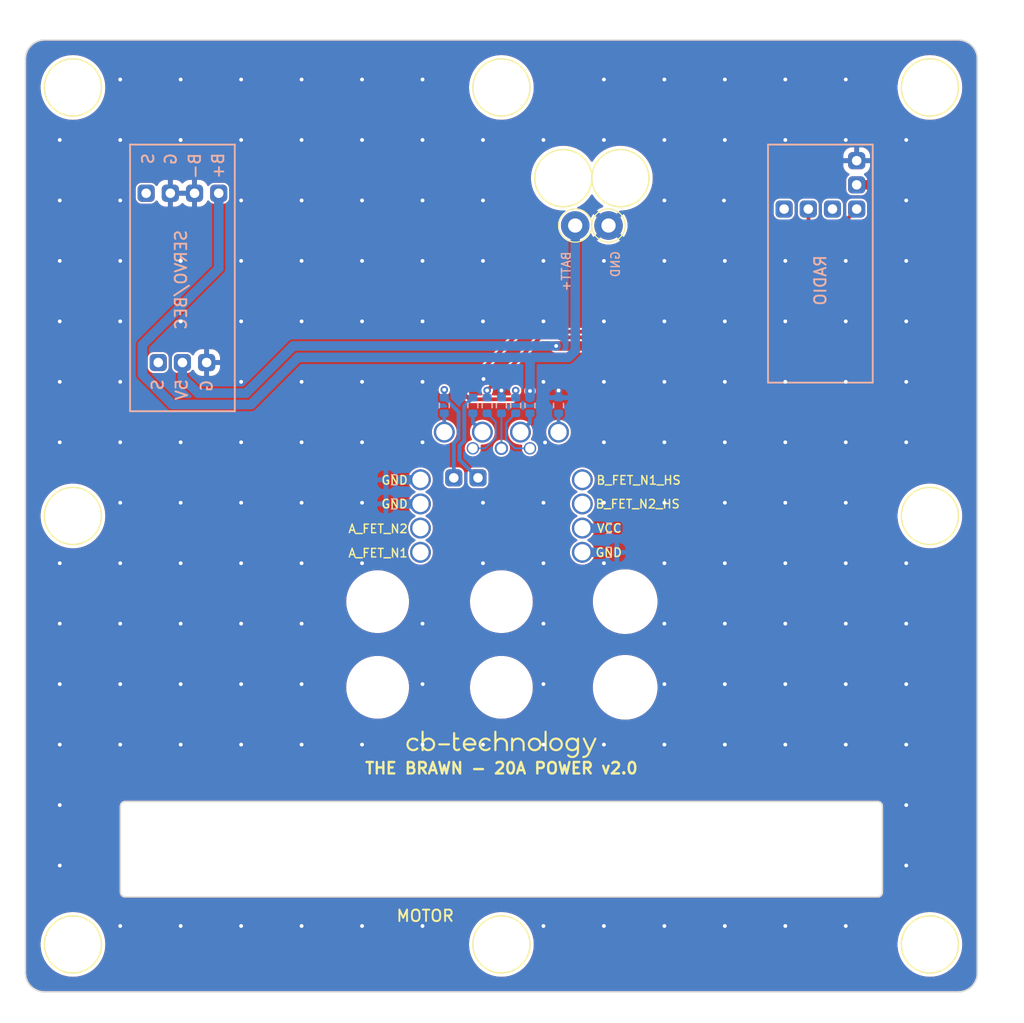
<source format=kicad_pcb>
(kicad_pcb (version 20221018) (generator pcbnew)
  (title_block (title "THE BRAINS - 20A LOGIC FIXTURE") (date "2023-05-29") (rev "v1.0") (company "CB-TECHNOLOGY"))
  (layers (0 "F.Cu" signal) (31 "B.Cu" signal) (34 "B.Paste" user) (35 "F.Paste" user) (36 "B.SilkS" user "B.Silkscreen") (37 "F.SilkS" user "F.Silkscreen") (38 "B.Mask" user) (39 "F.Mask" user) (44 "Edge.Cuts" user))
  (net 0 "")
  (net 1 "/BATT+")
  (net 2 "Net-(R1-Pad2)")
  (net 3 "/A_FET_N2")
  (net 4 "/A_FET_N1")
  (net 5 "Net-(R2-Pad2)")
  (net 6 "/SIGNAL1")
  (net 7 "/GND")
  (net 9 "/INVERT")
  (net 10 "/MOTOR_1-")
  (net 11 "unconnected-(J2-Pad1)")
  (net 12 "/MOTOR_1+")
  (net 13 "Net-(R14-Pad1)")
  (net 14 "Net-(R15-Pad1)")
  (net 15 "Net-(R7-Pad1)")
  (net 16 "Net-(R8-Pad1)")
  (net 17 "Net-(R9-Pad1)")
  (net 18 "Net-(R3-Pad1)")
  (net 19 "Net-(R10-Pad1)")
  (net 20 "Net-(R4-Pad1)")
  (net 21 "Net-(R11-Pad1)")
  (net 22 "/SERVO_OUT")
  (net 23 "/SERVO")
  (net 24 "/VCC")
  (net 25 "/5V0")
  (net 26 "/B_FET_N1_HS")
  (net 27 "/B_FET_N2_HS")
  (footprint "TestPoint:TestPoint_THTPad_D3.0mm_Drill1.5mm" (layer "F.Cu") (at 228.5 143.82)
    (fp_text reference "TP21" hide)
    (fp_text value "TestPoint")
    (pad "1" thru_hole circle locked (at 0 0) (size 2.2 2.2) (drill 1.7) (layers "*.Cu" "*.Mask") (net 14 "Net-(R15-Pad1)"))
  )
  (footprint "M_Mechanical:Mount_M3" (layer "F.Cu") (at 265 185)
    (fp_text reference "M3" hide)
    (fp_text value "Mount_M3" hide)
    (pad "" np_thru_hole circle (at 0 0) (size 3.2 3.2) (drill 3.2) (layers "F&B.Cu" "*.Mask") (clearance 1.8))
  )
  (footprint "M_Mechanical:Mount_M3" (layer "F.Cu") (at 175 95)
    (fp_text reference "M5" hide)
    (fp_text value "Mount_M3" hide)
    (pad "" np_thru_hole circle (at 0 0) (size 3.2 3.2) (drill 3.2) (layers "F&B.Cu" "*.Mask") (clearance 1.8))
  )
  (footprint "M_Mechanical:Mount_M3" (layer "F.Cu") (at 265 140)
    (fp_text reference "M6" hide)
    (fp_text value "Mount_M3" hide)
    (pad "" np_thru_hole circle (at 0 0) (size 3.2 3.2) (drill 3.2) (layers "F&B.Cu" "*.Mask") (clearance 1.8))
  )
  (footprint ".M_Mechanical:Mount_M3" (layer "F.Cu") (at 232.5 104.525)
    (fp_text reference "M11" hide)
    (fp_text value "Mount_M3" hide)
    (pad "" np_thru_hole circle (at 0 0) (size 3.2 3.2) (drill 3.2) (layers "F&B.Cu" "*.Mask") (clearance 1.8))
  )
  (footprint "LOGO" (layer "F.Cu") (at 220 164)
    (fp_text reference "G***" hide)
    (fp_text value "LOGO" hide)
  )
  (footprint "TestPoint:TestPoint_THTPad_D3.0mm_Drill1.5mm" (layer "F.Cu") (at 211.5 136.2)
    (fp_text reference "TP1" hide)
    (fp_text value "TestPoint")
    (pad "1" thru_hole circle locked (at 0 0) (size 2.2 2.2) (drill 1.7) (layers "*.Cu" "*.Mask") (net 2 "Net-(R1-Pad2)"))
  )
  (footprint "M_Mechanical:Mount_M3" (layer "F.Cu") (at 220 95)
    (fp_text reference "M4" hide)
    (fp_text value "Mount_M3" hide)
    (pad "" np_thru_hole circle (at 0 0) (size 3.2 3.2) (drill 3.2) (layers "F&B.Cu" "*.Mask") (clearance 1.8))
  )
  (footprint ".M_Mechanical:Mount_M3" (layer "F.Cu") (at 233 149)
    (fp_text reference "M15" hide)
    (fp_text value "Mount_M3" hide)
    (pad "" np_thru_hole circle (at 0 0) (size 3.2 3.2) (drill 3.2) (layers "F&B.Cu" "*.Mask") (clearance 1.8))
  )
  (footprint "TestPoint:TestPoint_THTPad_D3.0mm_Drill1.5mm" (layer "F.Cu") (at 217 132.9)
    (fp_text reference "TP5" hide)
    (fp_text value "TestPoint")
    (pad "1" thru_hole circle locked (at 0 0) (size 1.3 1.3) (drill 1) (layers "*.Cu" "*.Mask") (net 18 "Net-(R3-Pad1)"))
  )
  (footprint "M_Mechanical:Mount_M3" (layer "F.Cu") (at 175 140)
    (fp_text reference "M7" hide)
    (fp_text value "Mount_M3" hide)
    (pad "" np_thru_hole circle (at 0 0) (size 3.2 3.2) (drill 3.2) (layers "F&B.Cu" "*.Mask") (clearance 1.8))
  )
  (footprint "TestPoint:TestPoint_THTPad_D3.0mm_Drill1.5mm" (layer "F.Cu") (at 226 131.2)
    (fp_text reference "TP12" hide)
    (fp_text value "TestPoint")
    (pad "1" thru_hole circle locked (at 0 0) (size 2.2 2.2) (drill 1.7) (layers "*.Cu" "*.Mask") (net 19 "Net-(R10-Pad1)"))
  )
  (footprint ".M_Mechanical:Mount_M3" (layer "F.Cu") (at 226.5 104.525)
    (fp_text reference "M12" hide)
    (fp_text value "Mount_M3" hide)
    (pad "" np_thru_hole circle (at 0 0) (size 3.2 3.2) (drill 3.2) (layers "F&B.Cu" "*.Mask") (clearance 1.8))
  )
  (footprint "TestPoint:TestPoint_THTPad_D3.0mm_Drill1.5mm" (layer "F.Cu") (at 220 132.9)
    (fp_text reference "TP10" hide)
    (fp_text value "TestPoint")
    (pad "1" thru_hole circle locked (at 0 0) (size 1.4 1.4) (drill 1) (layers "*.Cu" "*.Mask") (net 16 "Net-(R8-Pad1)"))
  )
  (footprint "M_Mechanical:Mount_M3" (layer "F.Cu") (at 175 185)
    (fp_text reference "M1" hide)
    (fp_text value "Mount_M3" hide)
    (pad "" np_thru_hole circle (at 0 0) (size 3.2 3.2) (drill 3.2) (layers "F&B.Cu" "*.Mask") (clearance 1.8))
  )
  (footprint "M_Mechanical:Mount_M3" (layer "F.Cu") (at 265 95)
    (fp_text reference "M2" hide)
    (fp_text value "Mount_M3" hide)
    (pad "" np_thru_hole circle (at 0 0) (size 3.2 3.2) (drill 3.2) (layers "F&B.Cu" "*.Mask") (clearance 1.8))
  )
  (footprint "TestPoint:TestPoint_THTPad_D3.0mm_Drill1.5mm" (layer "F.Cu") (at 228.5 138.74)
    (fp_text reference "TP19" hide)
    (fp_text value "TestPoint")
    (pad "1" thru_hole circle locked (at 0 0) (size 2.2 2.2) (drill 1.7) (layers "*.Cu" "*.Mask") (net 27 "/B_FET_N2_HS"))
  )
  (footprint "TestPoint:TestPoint_THTPad_D3.0mm_Drill1.5mm" (layer "F.Cu") (at 222 131.2)
    (fp_text reference "TP11" hide)
    (fp_text value "TestPoint")
    (pad "1" thru_hole circle locked (at 0 0) (size 2.2 2.2) (drill 1.7) (layers "*.Cu" "*.Mask") (net 17 "Net-(R9-Pad1)"))
  )
  (footprint ".M_Mechanical:Mount_M3" (layer "F.Cu") (at 233 158)
    (fp_text reference "M16" hide)
    (fp_text value "Mount_M3" hide)
    (pad "" np_thru_hole circle (at 0 0) (size 3.2 3.2) (drill 3.2) (layers "F&B.Cu" "*.Mask") (clearance 1.8))
  )
  (footprint "TestPoint:TestPoint_THTPad_D3.0mm_Drill1.5mm" (layer "F.Cu") (at 228.5 136.2)
    (fp_text reference "TP18" hide)
    (fp_text value "TestPoint")
    (pad "1" thru_hole circle locked (at 0 0) (size 2.2 2.2) (drill 1.7) (layers "*.Cu" "*.Mask") (net 26 "/B_FET_N1_HS"))
  )
  (footprint "TestPoint:TestPoint_THTPad_D3.0mm_Drill1.5mm" (layer "F.Cu") (at 211.5 138.74)
    (fp_text reference "TP2" hide)
    (fp_text value "TestPoint")
    (pad "1" thru_hole circle locked (at 0 0) (size 2.2 2.2) (drill 1.7) (layers "*.Cu" "*.Mask") (net 5 "Net-(R2-Pad2)"))
  )
  (footprint ".J_Connector:Pins-2.54-1x2" (layer "F.Cu") (at 215 136 90)
    (fp_text reference "J5" hide)
    (fp_text value "Pins_2.54_1x2" hide)
    (pad "1" thru_hole roundrect (at 0 0 90) (size 1.8 1.8) (drill 1) (layers "*.Cu" "*.Mask") (net 12 "/MOTOR_1+"))
    (pad "2" thru_hole roundrect (at 0 2.54 90) (size 1.8 1.8) (drill 1) (layers "*.Cu" "*.Mask") (net 10 "/MOTOR_1-"))
  )
  (footprint "TestPoint:TestPoint_THTPad_D3.0mm_Drill1.5mm" (layer "F.Cu") (at 218 131.2 90)
    (fp_text reference "TP7" hide)
    (fp_text value "TestPoint")
    (pad "1" thru_hole circle locked (at 0 0 90) (size 2.2 2.2) (drill 1.7) (layers "*.Cu" "*.Mask") (net 15 "Net-(R7-Pad1)"))
  )
  (footprint "TestPoint:TestPoint_THTPad_D3.0mm_Drill1.5mm" (layer "F.Cu") (at 223 132.9)
    (fp_text reference "TP13" hide)
    (fp_text value "TestPoint")
    (pad "1" thru_hole circle locked (at 0 0) (size 1.3 1.3) (drill 1) (layers "*.Cu" "*.Mask") (net 21 "Net-(R11-Pad1)"))
  )
  (footprint "M_Mechanical:Mount_M3" (layer "F.Cu") (at 220 185)
    (fp_text reference "M8" hide)
    (fp_text value "Mount_M3" hide)
    (pad "" np_thru_hole circle (at 0 0) (size 3.2 3.2) (drill 3.2) (layers "F&B.Cu" "*.Mask") (clearance 1.8))
  )
  (footprint "TestPoint:TestPoint_THTPad_D3.0mm_Drill1.5mm" (layer "F.Cu") (at 228.5 141.28)
    (fp_text reference "TP20" hide)
    (fp_text value "TestPoint")
    (pad "1" thru_hole circle locked (at 0 0) (size 2.2 2.2) (drill 1.7) (layers "*.Cu" "*.Mask") (net 13 "Net-(R14-Pad1)"))
  )
  (footprint "TestPoint:TestPoint_THTPad_D3.0mm_Drill1.5mm" (layer "F.Cu") (at 211.5 141.28)
    (fp_text reference "TP3" hide)
    (fp_text value "TestPoint")
    (pad "1" thru_hole circle locked (at 0 0) (size 2.2 2.2) (drill 1.7) (layers "*.Cu" "*.Mask") (net 3 "/A_FET_N2"))
  )
  (footprint "TestPoint:TestPoint_THTPad_D3.0mm_Drill1.5mm" (layer "F.Cu") (at 231.25 109.5)
    (fp_text reference "TP17" hide)
    (fp_text value "TestPoint")
    (pad "1" thru_hole circle (at 0 0) (size 3 3) (drill 1.5) (layers "*.Cu" "*.Mask") (net 7 "/GND"))
  )
  (footprint "TestPoint:TestPoint_THTPad_D3.0mm_Drill1.5mm" (layer "F.Cu") (at 214 131.2)
    (fp_text reference "TP6" hide)
    (fp_text value "TestPoint")
    (pad "1" thru_hole circle locked (at 0 0) (size 2.2 2.2) (drill 1.7) (layers "*.Cu" "*.Mask") (net 20 "Net-(R4-Pad1)"))
  )
  (footprint "TestPoint:TestPoint_THTPad_D3.0mm_Drill1.5mm" (layer "F.Cu") (at 227.75 109.5)
    (fp_text reference "TP16" hide)
    (fp_text value "TestPoint")
    (pad "1" thru_hole circle (at 0 0) (size 3 3) (drill 1.5) (layers "*.Cu" "*.Mask") (net 1 "/BATT+"))
  )
  (footprint "TestPoint:TestPoint_THTPad_D3.0mm_Drill1.5mm" (layer "F.Cu") (at 211.5 143.82)
    (fp_text reference "TP4" hide)
    (fp_text value "TestPoint")
    (pad "1" thru_hole circle locked (at 0 0) (size 2.2 2.2) (drill 1.7) (layers "*.Cu" "*.Mask") (net 4 "/A_FET_N1"))
  )
  (footprint ".R_Resistor:R_0603" (layer "B.Cu") (at 220 128.4 90)
    (fp_text reference "R8" hide)
    (fp_text value "0R" hide)
    (pad "1" smd roundrect (at -0.825 0 90) (size 0.8 0.95) (layers "B.Cu" "B.Paste" "B.Mask") (net 16 "Net-(R8-Pad1)"))
    (pad "2" smd roundrect (at 0.825 0 90) (size 0.8 0.95) (layers "B.Cu" "B.Paste" "B.Mask") (net 7 "/GND"))
  )
  (footprint ".R_Resistor:R_0603" (layer "B.Cu") (at 218.5 128.4 90)
    (fp_text reference "R3" hide)
    (fp_text value "0R" hide)
    (pad "1" smd roundrect (at -0.825 0 90) (size 0.8 0.95) (layers "B.Cu" "B.Paste" "B.Mask") (net 18 "Net-(R3-Pad1)"))
    (pad "2" smd roundrect (at 0.825 0 90) (size 0.8 0.95) (layers "B.Cu" "B.Paste" "B.Mask") (net 6 "/SIGNAL1"))
  )
  (footprint ".J_Connector:Pins-2.54-1x4" (layer "B.Cu") (at 190.31 106.11 90)
    (fp_text reference "J3" hide)
    (fp_text value "Pins_2.54_1x4" hide)
    (pad "1" thru_hole roundrect (at 0 0 90) (size 1.8 1.8) (drill 1) (layers "*.Cu" "*.Mask") (net 1 "/BATT+"))
    (pad "2" thru_hole roundrect (at 0 -2.54 90) (size 1.8 1.8) (drill 1) (layers "*.Cu" "*.Mask") (net 7 "/GND"))
    (pad "3" thru_hole roundrect (at 0 -5.08 90) (size 1.8 1.8) (drill 1) (layers "*.Cu" "*.Mask") (net 7 "/GND"))
    (pad "4" thru_hole roundrect (at 0 -7.62 90) (size 1.8 1.8) (drill 1) (layers "*.Cu" "*.Mask") (net 23 "/SERVO"))
  )
  (footprint ".R_Resistor:R_0603" (layer "B.Cu") (at 231.3 141.28)
    (fp_text reference "R14" hide)
    (fp_text value "0R" hide)
    (pad "1" smd roundrect (at -0.825 0) (size 0.8 0.95) (layers "B.Cu" "B.Paste" "B.Mask") (net 13 "Net-(R14-Pad1)"))
    (pad "2" smd roundrect (at 0.825 0) (size 0.8 0.95) (layers "B.Cu" "B.Paste" "B.Mask") (net 24 "/VCC"))
  )
  (footprint ".R_Resistor:R_0603" (layer "B.Cu") (at 208.7 136.2)
    (fp_text reference "R1" hide)
    (fp_text value "0R" hide)
    (pad "1" smd roundrect (at -0.825 0) (size 0.8 0.95) (layers "B.Cu" "B.Paste" "B.Mask") (net 7 "/GND"))
    (pad "2" smd roundrect (at 0.825 0) (size 0.8 0.95) (layers "B.Cu" "B.Paste" "B.Mask") (net 2 "Net-(R1-Pad2)"))
  )
  (footprint ".R_Resistor:R_0603" (layer "B.Cu") (at 226 128.4 90)
    (fp_text reference "R10" hide)
    (fp_text value "0R" hide)
    (pad "1" smd roundrect (at -0.825 0 90) (size 0.8 0.95) (layers "B.Cu" "B.Paste" "B.Mask") (net 19 "Net-(R10-Pad1)"))
    (pad "2" smd roundrect (at 0.825 0 90) (size 0.8 0.95) (layers "B.Cu" "B.Paste" "B.Mask") (net 7 "/GND"))
  )
  (footprint ".J_Connector:Pins-2.54-1x3" (layer "B.Cu") (at 254.77 107.7695 90)
    (fp_text reference "J2" hide)
    (fp_text value "Pins_2.54_1x3" hide)
    (pad "1" thru_hole roundrect (at 0 0 90) (size 1.8 1.8) (drill 1) (layers "*.Cu" "*.Mask") (net 11 "unconnected-(J2-Pad1)"))
    (pad "2" thru_hole roundrect (at 0 -2.54 90) (size 1.8 1.8) (drill 1) (layers "*.Cu" "*.Mask") (net 9 "/INVERT"))
    (pad "3" thru_hole roundrect (at 0 -5.08 90) (size 1.8 1.8) (drill 1) (layers "*.Cu" "*.Mask"))
  )
  (footprint ".R_Resistor:R_0603" (layer "B.Cu") (at 221.5 128.4 90)
    (fp_text reference "R11" hide)
    (fp_text value "0R" hide)
    (pad "1" smd roundrect (at -0.825 0 90) (size 0.8 0.95) (layers "B.Cu" "B.Paste" "B.Mask") (net 21 "Net-(R11-Pad1)"))
    (pad "2" smd roundrect (at 0.825 0 90) (size 0.8 0.95) (layers "B.Cu" "B.Paste" "B.Mask") (net 9 "/INVERT"))
  )
  (footprint ".R_Resistor:R_0603" (layer "B.Cu") (at 214 128.4 90)
    (fp_text reference "R4" hide)
    (fp_text value "0R" hide)
    (pad "1" smd roundrect (at -0.825 0 90) (size 0.8 0.95) (layers "B.Cu" "B.Paste" "B.Mask") (net 20 "Net-(R4-Pad1)"))
    (pad "2" smd roundrect (at 0.825 0 90) (size 0.8 0.95) (layers "B.Cu" "B.Paste" "B.Mask") (net 12 "/MOTOR_1+"))
  )
  (footprint ".R_Resistor:R_0603" (layer "B.Cu") (at 231.3 143.82)
    (fp_text reference "R15" hide)
    (fp_text value "0R" hide)
    (pad "1" smd roundrect (at -0.825 0) (size 0.8 0.95) (layers "B.Cu" "B.Paste" "B.Mask") (net 14 "Net-(R15-Pad1)"))
    (pad "2" smd roundrect (at 0.825 0) (size 0.8 0.95) (layers "B.Cu" "B.Paste" "B.Mask") (net 7 "/GND"))
  )
  (footprint ".R_Resistor:R_0603" (layer "B.Cu") (at 217 128.4 90)
    (fp_text reference "R7" hide)
    (fp_text value "0R" hide)
    (pad "1" smd roundrect (at -0.825 0 90) (size 0.8 0.95) (layers "B.Cu" "B.Paste" "B.Mask") (net 15 "Net-(R7-Pad1)"))
    (pad "2" smd roundrect (at 0.825 0 90) (size 0.8 0.95) (layers "B.Cu" "B.Paste" "B.Mask") (net 10 "/MOTOR_1-"))
  )
  (footprint ".J_Connector:Pins-2.54-1x3" (layer "B.Cu") (at 257.31 102.6895 180)
    (fp_text reference "J1" hide)
    (fp_text value "Pins_2.54_1x3" hide)
    (pad "1" thru_hole roundrect (at 0 0 180) (size 1.8 1.8) (drill 1) (layers "*.Cu" "*.Mask") (net 7 "/GND"))
    (pad "2" thru_hole roundrect (at 0 -2.54 180) (size 1.8 1.8) (drill 1) (layers "*.Cu" "*.Mask") (net 25 "/5V0"))
    (pad "3" thru_hole roundrect (at 0 -5.08 180) (size 1.8 1.8) (drill 1) (layers "*.Cu" "*.Mask") (net 6 "/SIGNAL1"))
  )
  (footprint ".R_Resistor:R_0603" (layer "B.Cu") (at 223 128.4 90)
    (fp_text reference "R9" hide)
    (fp_text value "0R" hide)
    (pad "1" smd roundrect (at -0.825 0 90) (size 0.8 0.95) (layers "B.Cu" "B.Paste" "B.Mask") (net 17 "Net-(R9-Pad1)"))
    (pad "2" smd roundrect (at 0.825 0 90) (size 0.8 0.95) (layers "B.Cu" "B.Paste" "B.Mask") (net 1 "/BATT+"))
  )
  (footprint ".R_Resistor:R_0603" (layer "B.Cu") (at 208.7 138.74)
    (fp_text reference "R2" hide)
    (fp_text value "0R" hide)
    (pad "1" smd roundrect (at -0.825 0) (size 0.8 0.95) (layers "B.Cu" "B.Paste" "B.Mask") (net 7 "/GND"))
    (pad "2" smd roundrect (at 0.825 0) (size 0.8 0.95) (layers "B.Cu" "B.Paste" "B.Mask") (net 5 "Net-(R2-Pad2)"))
  )
  (footprint ".J_Connector:Pins-2.54-1x3" (layer "B.Cu") (at 189.04 123.89 90)
    (fp_text reference "J4" hide)
    (fp_text value "Pins_2.54_1x3" hide)
    (pad "1" thru_hole roundrect (at 0 0 90) (size 1.8 1.8) (drill 1) (layers "*.Cu" "*.Mask") (net 7 "/GND"))
    (pad "2" thru_hole roundrect (at 0 -2.54 90) (size 1.8 1.8) (drill 1) (layers "*.Cu" "*.Mask") (net 25 "/5V0"))
    (pad "3" thru_hole roundrect (at 0 -5.08 90) (size 1.8 1.8) (drill 1) (layers "*.Cu" "*.Mask") (net 22 "/SERVO_OUT"))
  )
  (footprint ".M_Mechanical:Mount_M3" (layer "B.Cu") (at 220 149 180)
    (fp_text reference "M13" hide)
    (fp_text value "Mount_M3" hide)
    (pad "" np_thru_hole circle (at 0 0 180) (size 3 3) (drill 3) (layers "F&B.Cu" "*.Mask") (clearance 1.8))
  )
  (footprint ".M_Mechanical:Mount_M3" (layer "B.Cu") (at 207 149 180)
    (fp_text reference "M10" hide)
    (fp_text value "Mount_M3" hide)
    (pad "" np_thru_hole circle (at 0 0 180) (size 3 3) (drill 3) (layers "F&B.Cu" "*.Mask") (clearance 1.8))
  )
  (footprint ".M_Mechanical:Mount_M3" (layer "B.Cu") (at 220 158 180)
    (fp_text reference "M9" hide)
    (fp_text value "Mount_M3" hide)
    (pad "" np_thru_hole circle (at 0 0 180) (size 3 3) (drill 3) (layers "F&B.Cu" "*.Mask") (clearance 1.8))
  )
  (footprint ".M_Mechanical:Mount_M3" (layer "B.Cu") (at 207 158 180)
    (fp_text reference "M14" hide)
    (fp_text value "Mount_M3" hide)
    (pad "" np_thru_hole circle (at 0 0 180) (size 3 3) (drill 3) (layers "F&B.Cu" "*.Mask") (clearance 1.8))
  )
  (gr_line (start 192 101) (end 192 129) (stroke (width 0.2)) (layer "B.SilkS"))
  (gr_line (start 248 100.9995) (end 259 100.9995) (stroke (width 0.2)) (layer "B.SilkS"))
  (gr_line (start 248 125.9995) (end 248 100.9995) (stroke (width 0.2)) (layer "B.SilkS"))
  (gr_line (start 248 125.9995) (end 259 125.9995) (stroke (width 0.2)) (layer "B.SilkS"))
  (gr_line (start 259 125.9995) (end 259 100.9995) (stroke (width 0.2)) (layer "B.SilkS"))
  (gr_line (start 181 101) (end 181 129) (stroke (width 0.2)) (layer "B.SilkS"))
  (gr_line (start 181 101) (end 192 101) (stroke (width 0.2)) (layer "B.SilkS"))
  (gr_line (start 181 129) (end 192 129) (stroke (width 0.2)) (layer "B.SilkS"))
  (gr_line (start 214 130.575) (end 214 131.5) (stroke (width 0.15)) (layer "F.SilkS"))
  (gr_line (start 226 130.575) (end 226 131.475) (stroke (width 0.15)) (layer "F.SilkS"))
  (gr_line (start 172 190) (end 268 190) (stroke (width 0.1)) (layer "Edge.Cuts"))
  (gr_line (start 180.5 180) (end 259.5 180) (stroke (width 0.1)) (layer "Edge.Cuts"))
  (gr_line (start 268 90) (end 172 90) (stroke (width 0.1)) (layer "Edge.Cuts"))
  (gr_arc (start 268 90) (mid 269.414214 90.585786) (end 270 92) (stroke (width 0.1)) (layer "Edge.Cuts"))
  (gr_arc (start 172 190) (mid 170.585786 189.414214) (end 170 188) (stroke (width 0.1)) (layer "Edge.Cuts"))
  (gr_arc (start 180.5 180) (mid 180.146447 179.853553) (end 180 179.5) (stroke (width 0.1)) (layer "Edge.Cuts"))
  (gr_line (start 270 188) (end 270 92) (stroke (width 0.1)) (layer "Edge.Cuts"))
  (gr_arc (start 259.5 170) (mid 259.853553 170.146447) (end 260 170.5) (stroke (width 0.1)) (layer "Edge.Cuts"))
  (gr_arc (start 270 188) (mid 269.414214 189.414214) (end 268 190) (stroke (width 0.1)) (layer "Edge.Cuts"))
  (gr_line (start 180.5 170) (end 259.5 170) (stroke (width 0.1)) (layer "Edge.Cuts"))
  (gr_line (start 180 170.5) (end 180 179.5) (stroke (width 0.1)) (layer "Edge.Cuts"))
  (gr_arc (start 260 179.5) (mid 259.853553 179.853553) (end 259.5 180) (stroke (width 0.1)) (layer "Edge.Cuts"))
  (gr_line (start 260 170.5) (end 260 179.5) (stroke (width 0.1)) (layer "Edge.Cuts"))
  (gr_arc (start 170 92) (mid 170.585786 90.585786) (end 172 90) (stroke (width 0.1)) (layer "Edge.Cuts"))
  (gr_arc (start 180 170.5) (mid 180.146447 170.146447) (end 180.5 170) (stroke (width 0.1)) (layer "Edge.Cuts"))
  (gr_line (start 170 92) (end 170 188) (stroke (width 0.1)) (layer "Edge.Cuts"))
  (gr_text "RADIO" (at 253.5 112.5 90) (layer "B.SilkS") (effects (font (size 1.2 1.2) (thickness 0.2) bold) (justify left mirror)))
  (gr_text "B+" (at 190.25 101.75 90) (layer "B.SilkS") (effects (font (size 1.2 1.2) (thickness 0.2) bold) (justify left mirror)))
  (gr_text "G" (at 189.05 125.6 90) (layer "B.SilkS") (effects (font (size 1.2 1.2) (thickness 0.2) bold) (justify left mirror)))
  (gr_text "BATT+" (at 226.8 116.5 90) (layer "B.SilkS") (effects (font (size 0.9 0.9)) (justify right mirror)))
  (gr_text "B-" (at 187.8 101.775 90) (layer "B.SilkS") (effects (font (size 1.2 1.2) (thickness 0.2) bold) (justify left mirror)))
  (gr_text "SERVO/BEC" (at 186.35 109.85 90) (layer "B.SilkS") (effects (font (size 1.2 1.2) (thickness 0.2) bold) (justify left mirror)))
  (gr_text "G" (at 185.275 101.775 90) (layer "B.SilkS") (effects (font (size 1.2 1.2) (thickness 0.2) bold) (justify left mirror)))
  (gr_text "S" (at 183.9 125.525 90) (layer "B.SilkS") (effects (font (size 1.2 1.2) (thickness 0.2) bold) (justify left mirror)))
  (gr_text "GND" (at 231.975 115.025 90) (layer "B.SilkS") (effects (font (size 0.9 0.9)) (justify right mirror)))
  (gr_text "5V" (at 186.425 125.525 90) (layer "B.SilkS") (effects (font (size 1.2 1.2) (thickness 0.2) bold) (justify left mirror)))
  (gr_text "S" (at 182.9 101.775 90) (layer "B.SilkS") (effects (font (size 1.2 1.2) (thickness 0.2) bold) (justify left mirror)))
  (gr_text "VCC" (at 229.95 141.3) (layer "F.SilkS") (effects (font (size 0.9 0.9)) (justify left)))
  (gr_text "MOTOR" (at 212 182) (layer "F.SilkS") (effects (font (size 1.2 1.2) (thickness 0.2) bold)))
  (gr_text "B_FET_N1_HS" (at 229.9 136.25) (layer "F.SilkS") (effects (font (size 0.9 0.9)) (justify left)))
  (gr_text "A_FET_N1" (at 210.25 143.9) (layer "F.SilkS") (effects (font (size 0.9 0.9)) (justify right)))
  (gr_text "B_FET_N2_HS" (at 229.8 138.75) (layer "F.SilkS") (effects (font (size 0.9 0.9)) (justify left)))
  (gr_text "A_FET_N2" (at 210.25 141.35) (layer "F.SilkS") (effects (font (size 0.9 0.9)) (justify right)))
  (gr_text "GND" (at 210.25 138.75) (layer "F.SilkS") (effects (font (size 0.9 0.9)) (justify right)))
  (gr_text "GND" (at 210.25 136.25) (layer "F.SilkS") (effects (font (size 0.9 0.9)) (justify right)))
  (gr_text "THE BRAWN - 20A POWER v2.0" (at 220 166.5) (layer "F.SilkS") (effects (font (size 1.2 1.2) (thickness 0.25))))
  (gr_text "GND" (at 229.8 143.85) (layer "F.SilkS") (effects (font (size 0.9 0.9)) (justify left)))
  (via (at 223 126.875) (size 0.8) (drill 0.4) (layers "F.Cu" "B.Cu") (net 1))
  (segment (start 182.3 125.15) (end 182.3 122.024478) (width 1) (layer "B.Cu") (net 1))
  (segment (start 222.95 126.925) (end 222.95 127.65) (width 0.4) (layer "B.Cu") (net 1))
  (segment (start 198.647056 123.35) (end 193.697056 128.3) (width 1) (layer "B.Cu") (net 1))
  (segment (start 222.95 126.825) (end 223 126.875) (width 0.4) (layer "B.Cu") (net 1))
  (segment (start 227.05 123.35) (end 222 123.35) (width 1) (layer "B.Cu") (net 1))
  (segment (start 222.95 126.8) (end 222.95 126.825) (width 0.4) (layer "B.Cu") (net 1))
  (segment (start 182.3 122.024478) (end 190.31 114.014478) (width 1) (layer "B.Cu") (net 1))
  (segment (start 227.75 122.65) (end 227.05 123.35) (width 1) (layer "B.Cu") (net 1))
  (segment (start 227.75 109.5) (end 227.75 122.65) (width 1) (layer "B.Cu") (net 1))
  (segment (start 193.697056 128.3) (end 185.45 128.3) (width 1) (layer "B.Cu") (net 1))
  (segment (start 223 126.875) (end 223 126.775) (width 1) (layer "B.Cu") (net 1))
  (segment (start 223 123.35) (end 222 123.35) (width 1) (layer "B.Cu") (net 1))
  (segment (start 223 126.875) (end 222.95 126.925) (width 0.4) (layer "B.Cu") (net 1))
  (segment (start 190.31 114.014478) (end 190.31 106.11) (width 1) (layer "B.Cu") (net 1))
  (segment (start 222 123.35) (end 198.647056 123.35) (width 1) (layer "B.Cu") (net 1))
  (segment (start 223 127.575) (end 223 123.35) (width 1) (layer "B.Cu") (net 1))
  (segment (start 223 126.875) (end 223 127.575) (width 1) (layer "B.Cu") (net 1))
  (segment (start 185.45 128.3) (end 182.3 125.15) (width 1) (layer "B.Cu") (net 1))
  (segment (start 211.5 136.2) (end 209.525 136.2) (width 1) (layer "B.Cu") (net 2))
  (segment (start 209.525 138.74) (end 211.5 138.74) (width 1) (layer "B.Cu") (net 5))
  (segment (start 224.075 121.25) (end 218.5 126.825) (width 0.4) (layer "F.Cu") (net 6))
  (segment (start 257.31 107.838528) (end 243.898528 121.25) (width 0.4) (layer "F.Cu") (net 6))
  (segment (start 257.31 107.7695) (end 257.31 107.838528) (width 0.4) (layer "F.Cu") (net 6))
  (segment (start 243.898528 121.25) (end 224.075 121.25) (width 0.4) (layer "F.Cu") (net 6))
  (via (at 218.5 126.825) (size 0.8) (drill 0.4) (layers "F.Cu" "B.Cu") (net 6))
  (segment (start 218.5 126.825) (end 218.5 127.65) (width 0.4) (layer "B.Cu") (net 6))
  (via (at 211.715247 125.914866) (size 0.8) (drill 0.4) (layers "F.Cu" "B.Cu") (net 7))
  (via (at 224.415247 157.664866) (size 0.8) (drill 0.4) (layers "F.Cu" "B.Cu") (net 7))
  (via (at 186.315247 151.314866) (size 0.8) (drill 0.4) (layers "F.Cu" "B.Cu") (net 7))
  (via (at 179.965247 94.164866) (size 0.8) (drill 0.4) (layers "F.Cu" "B.Cu") (net 7))
  (via (at 186.315247 164.014866) (size 0.8) (drill 0.4) (layers "F.Cu" "B.Cu") (net 7))
  (via (at 256.165247 144.964866) (size 0.8) (drill 0.4) (layers "F.Cu" "B.Cu") (net 7))
  (via (at 211.715247 183.064866) (size 0.8) (drill 0.4) (layers "F.Cu" "B.Cu") (net 7))
  (via (at 186.315247 113.214866) (size 0.8) (drill 0.4) (layers "F.Cu" "B.Cu") (net 7))
  (via (at 205.365247 144.964866) (size 0.8) (drill 0.4) (layers "F.Cu" "B.Cu") (net 7))
  (via (at 192.665247 125.914866) (size 0.8) (drill 0.4) (layers "F.Cu" "B.Cu") (net 7))
  (via (at 218.065247 138.614866) (size 0.8) (drill 0.4) (layers "F.Cu" "B.Cu") (net 7))
  (via (at 237.115247 183.064866) (size 0.8) (drill 0.4) (layers "F.Cu" "B.Cu") (net 7))
  (via (at 192.665247 100.514866) (size 0.8) (drill 0.4) (layers "F.Cu" "B.Cu") (net 7))
  (via (at 249.815247 94.164866) (size 0.8) (drill 0.4) (layers "F.Cu" "B.Cu") (net 7))
  (via (at 205.365247 100.514866) (size 0.8) (drill 0.4) (layers "F.Cu" "B.Cu") (net 7))
  (via (at 179.965247 164.014866) (size 0.8) (drill 0.4) (layers "F.Cu" "B.Cu") (net 7))
  (via (at 179.965247 100.514866) (size 0.8) (drill 0.4) (layers "F.Cu" "B.Cu") (net 7))
  (via (at 179.965247 125.914866) (size 0.8) (drill 0.4) (layers "F.Cu" "B.Cu") (net 7))
  (via (at 173.615247 132.264866) (size 0.8) (drill 0.4) (layers "F.Cu" "B.Cu") (net 7))
  (via (at 205.365247 164.014866) (size 0.8) (drill 0.4) (layers "F.Cu" "B.Cu") (net 7))
  (via (at 226 126.825) (size 0.8) (drill 0.4) (layers "F.Cu" "B.Cu") (net 7))
  (via (at 173.615247 106.864866) (size 0.8) (drill 0.4) (layers "F.Cu" "B.Cu") (net 7))
  (via (at 211.715247 119.564866) (size 0.8) (drill 0.4) (layers "F.Cu" "B.Cu") (net 7))
  (via (at 199.015247 164.014866) (size 0.8) (drill 0.4) (layers "F.Cu" "B.Cu") (net 7))
  (via (at 230.765247 164.014866) (size 0.8) (drill 0.4) (layers "F.Cu" "B.Cu") (net 7))
  (via (at 173.615247 164.014866) (size 0.8) (drill 0.4) (layers "F.Cu" "B.Cu") (net 7))
  (via (at 199.015247 100.514866) (size 0.8) (drill 0.4) (layers "F.Cu" "B.Cu") (net 7))
  (via (at 205.365247 183.064866) (size 0.8) (drill 0.4) (layers "F.Cu" "B.Cu") (net 7))
  (via (at 173.615247 113.214866) (size 0.8) (drill 0.4) (layers "F.Cu" "B.Cu") (net 7))
  (via (at 262.515247 144.964866) (size 0.8) (drill 0.4) (layers "F.Cu" "B.Cu") (net 7))
  (via (at 211.715247 164.014866) (size 0.8) (drill 0.4) (layers "F.Cu" "B.Cu") (net 7))
  (via (at 173.615247 100.514866) (size 0.8) (drill 0.4) (layers "F.Cu" "B.Cu") (net 7))
  (via (at 199.015247 113.214866) (size 0.8) (drill 0.4) (layers "F.Cu" "B.Cu") (net 7))
  (via (at 173.615247 170.364866) (size 0.8) (drill 0.4) (layers "F.Cu" "B.Cu") (net 7))
  (via (at 230.765247 144.964866) (size 0.8) (drill 0.4) (layers "F.Cu" "B.Cu") (net 7))
  (via (at 230.765247 94.164866) (size 0.8) (drill 0.4) (layers "F.Cu" "B.Cu") (net 7))
  (via (at 186.315247 119.564866) (size 0.8) (drill 0.4) (layers "F.Cu" "B.Cu") (net 7))
  (via (at 186.315247 100.514866) (size 0.8) (drill 0.4) (layers "F.Cu" "B.Cu") (net 7))
  (via (at 262.515247 157.664866) (size 0.8) (drill 0.4) (layers "F.Cu" "B.Cu") (net 7))
  (via (at 262.515247 176.714866) (size 0.8) (drill 0.4) (layers "F.Cu" "B.Cu") (net 7))
  (via (at 205.365247 113.214866) (size 0.8) (drill 0.4) (layers "F.Cu" "B.Cu") (net 7))
  (via (at 243.465247 132.264866) (size 0.8) (drill 0.4) (layers "F.Cu" "B.Cu") (net 7))
  (via (at 186.315247 138.614866) (size 0.8) (drill 0.4) (layers "F.Cu" "B.Cu") (net 7))
  (via (at 205.365247 125.914866) (size 0.8) (drill 0.4) (layers "F.Cu" "B.Cu") (net 7))
  (via (at 230.765247 113.214866) (size 0.8) (drill 0.4) (layers "F.Cu" "B.Cu") (net 7))
  (via (at 186.315247 144.964866) (size 0.8) (drill 0.4) (layers "F.Cu" "B.Cu") (net 7))
  (via (at 243.465247 100.514866) (size 0.8) (drill 0.4) (layers "F.Cu" "B.Cu") (net 7))
  (via (at 218.065247 164.014866) (size 0.8) (drill 0.4) (layers "F.Cu" "B.Cu") (net 7))
  (via (at 249.815247 151.314866) (size 0.8) (drill 0.4) (layers "F.Cu" "B.Cu") (net 7))
  (via (at 218.065247 106.864866) (size 0.8) (drill 0.4) (layers "F.Cu" "B.Cu") (net 7))
  (via (at 199.015247 183.064866) (size 0.8) (drill 0.4) (layers "F.Cu" "B.Cu") (net 7))
  (via (at 224.415247 183.064866) (size 0.8) (drill 0.4) (layers "F.Cu" "B.Cu") (net 7))
  (via (at 243.465247 138.614866) (size 0.8) (drill 0.4) (layers "F.Cu" "B.Cu") (net 7))
  (via (at 237.115247 113.214866) (size 0.8) (drill 0.4) (layers "F.Cu" "B.Cu") (net 7))
  (via (at 179.965247 138.614866) (size 0.8) (drill 0.4) (layers "F.Cu" "B.Cu") (net 7))
  (via (at 218.065247 144.964866) (size 0.8) (drill 0.4) (layers "F.Cu" "B.Cu") (net 7))
  (via (at 186.315247 100.514866) (size 0.8) (drill 0.4) (layers "F.Cu" "B.Cu") (net 7))
  (via (at 211.715247 151.314866) (size 0.8) (drill 0.4) (layers "F.Cu" "B.Cu") (net 7))
  (via (at 205.365247 106.864866) (size 0.8) (drill 0.4) (layers "F.Cu" "B.Cu") (net 7))
  (via (at 199.015247 151.314866) (size 0.8) (drill 0.4) (layers "F.Cu" "B.Cu") (net 7))
  (via (at 211.715247 106.864866) (size 0.8) (drill 0.4) (layers "F.Cu" "B.Cu") (net 7))
  (via (at 205.365247 94.164866) (size 0.8) (drill 0.4) (layers "F.Cu" "B.Cu") (net 7))
  (via (at 224.415247 144.964866) (size 0.8) (drill 0.4) (layers "F.Cu" "B.Cu") (net 7))
  (via (at 243.465247 157.664866) (size 0.8) (drill 0.4) (layers "F.Cu" "B.Cu") (net 7))
  (via (at 192.665247 113.214866) (size 0.8) (drill 0.4) (layers "F.Cu" "B.Cu") (net 7))
  (via (at 224.415247 138.614866) (size 0.8) (drill 0.4) (layers "F.Cu" "B.Cu") (net 7))
  (via (at 243.465247 151.314866) (size 0.8) (drill 0.4) (layers "F.Cu" "B.Cu") (net 7))
  (via (at 237.115247 164.014866) (size 0.8) (drill 0.4) (layers "F.Cu" "B.Cu") (net 7))
  (via (at 262.515247 132.264866) (size 0.8) (drill 0.4) (layers "F.Cu" "B.Cu") (net 7))
  (via (at 243.375 106.875) (size 0.8) (drill 0.4) (layers "F.Cu" "B.Cu") (net 7))
  (via (at 256.165247 100.514866) (size 0.8) (drill 0.4) (layers "F.Cu" "B.Cu") (net 7))
  (via (at 230.765247 138.614866) (size 0.8) (drill 0.4) (layers "F.Cu" "B.Cu") (net 7))
  (via (at 192.665247 151.314866) (size 0.8) (drill 0.4) (layers "F.Cu" "B.Cu") (net 7))
  (via (at 205.365247 119.564866) (size 0.8) (drill 0.4) (layers "F.Cu" "B.Cu") (net 7))
  (via (at 192.665247 132.264866) (size 0.8) (drill 0.4) (layers "F.Cu" "B.Cu") (net 7))
  (via (at 262.515247 170.364866) (size 0.8) (drill 0.4) (layers "F.Cu" "B.Cu") (net 7))
  (via (at 237.115247 138.614866) (size 0.8) (drill 0.4) (layers "F.Cu" "B.Cu") (net 7))
  (via (at 230.765247 183.064866) (size 0.8) (drill 0.4) (layers "F.Cu" "B.Cu") (net 7))
  (via (at 192.665247 183.064866) (size 0.8) (drill 0.4) (layers "F.Cu" "B.Cu") (net 7))
  (via (at 249.815247 132.264866) (size 0.8) (drill 0.4) (layers "F.Cu" "B.Cu") (net 7))
  (via (at 237.115247 151.314866) (size 0.8) (drill 0.4) (layers "F.Cu" "B.Cu") (net 7))
  (via (at 249.815247 164.014866) (size 0.8) (drill 0.4) (layers "F.Cu" "B.Cu") (net 7))
  (via (at 218.122904 125.622904) (size 0.8) (drill 0.4) (layers "F.Cu" "B.Cu") (net 7))
  (via (at 211.715247 100.514866) (size 0.8) (drill 0.4) (layers "F.Cu" "B.Cu") (net 7))
  (via (at 262.515247 151.314866) (size 0.8) (drill 0.4) (layers "F.Cu" "B.Cu") (net 7))
  (via (at 262.515247 113.214866) (size 0.8) (drill 0.4) (layers "F.Cu" "B.Cu") (net 7))
  (via (at 199.015247 138.614866) (size 0.8) (drill 0.4) (layers "F.Cu" "B.Cu") (net 7))
  (via (at 192.665247 138.614866) (size 0.8) (drill 0.4) (layers "F.Cu" "B.Cu") (net 7))
  (via (at 243.465247 183.064866) (size 0.8) (drill 0.4) (layers "F.Cu" "B.Cu") (net 7))
  (via (at 243.465247 119.564866) (size 0.8) (drill 0.4) (layers "F.Cu" "B.Cu") (net 7))
  (via (at 243.465247 164.014866) (size 0.8) (drill 0.4) (layers "F.Cu" "B.Cu") (net 7))
  (via (at 199.015247 106.864866) (size 0.8) (drill 0.4) (layers "F.Cu" "B.Cu") (net 7))
  (via (at 192.665247 144.964866) (size 0.8) (drill 0.4) (layers "F.Cu" "B.Cu") (net 7))
  (via (at 186.315247 157.664866) (size 0.8) (drill 0.4) (layers "F.Cu" "B.Cu") (net 7))
  (via (at 230.765247 100.514866) (size 0.8) (drill 0.4) (layers "F.Cu" "B.Cu") (net 7))
  (via (at 179.965247 151.314866) (size 0.8) (drill 0.4) (layers "F.Cu" "B.Cu") (net 7))
  (via (at 230.765247 125.914866) (size 0.8) (drill 0.4) (layers "F.Cu" "B.Cu") (net 7))
  (via (at 262.515247 164.014866) (size 0.8) (drill 0.4) (layers "F.Cu" "B.Cu") (net 7))
  (via (at 224.415247 113.214866) (size 0.8) (drill 0.4) (layers "F.Cu" "B.Cu") (net 7))
  (via (at 237.115247 106.864866) (size 0.8) (drill 0.4) (layers "F.Cu" "B.Cu") (net 7))
  (via (at 179.965247 119.564866) (size 0.8) (drill 0.4) (layers "F.Cu" "B.Cu") (net 7))
  (via (at 192.665247 119.564866) (size 0.8) (drill 0.4) (layers "F.Cu" "B.Cu") (net 7))
  (via (at 262.515247 125.914866) (size 0.8) (drill 0.4) (layers "F.Cu" "B.Cu") (net 7))
  (via (at 173.615247 144.964866) (size 0.8) (drill 0.4) (layers "F.Cu" "B.Cu") (net 7))
  (via (at 237.115247 132.264866) (size 0.8) (drill 0.4) (layers "F.Cu" "B.Cu") (net 7))
  (via (at 186.315247 132.264866) (size 0.8) (drill 0.4) (layers "F.Cu" "B.Cu") (net 7))
  (via (at 218.065247 113.214866) (size 0.8) (drill 0.4) (layers "F.Cu" "B.Cu") (net 7))
  (via (at 179.965247 132.264866) (size 0.8) (drill 0.4) (layers "F.Cu" "B.Cu") (net 7))
  (via (at 192.665247 94.164866) (size 0.8) (drill 0.4) (layers "F.Cu" "B.Cu") (net 7))
  (via (at 237.115247 119.564866) (size 0.8) (drill 0.4) (layers "F.Cu" "B.Cu") (net 7))
  (via (at 218.065247 100.514866) (size 0.8) (drill 0.4) (layers "F.Cu" "B.Cu") (net 7))
  (via (at 256.165247 119.564866) (size 0.8) (drill 0.4) (layers "F.Cu" "B.Cu") (net 7))
  (via (at 256.165247 151.314866) (size 0.8) (drill 0.4) (layers "F.Cu" "B.Cu") (net 7))
  (via (at 211.715247 113.214866) (size 0.8) (drill 0.4) (layers "F.Cu" "B.Cu") (net 7))
  (via (at 224.584901 132.28649) (size 0.8) (drill 0.4) (layers "F.Cu" "B.Cu") (net 7))
  (via (at 249.815247 144.964866) (size 0.8) (drill 0.4) (layers "F.Cu" "B.Cu") (net 7))
  (via (at 224.415247 151.314866) (size 0.8) (drill 0.4) (layers "F.Cu" "B.Cu") (net 7))
  (via (at 192.665247 164.014866) (size 0.8) (drill 0.4) (layers "F.Cu" "B.Cu") (net 7))
  (via (at 173.615247 151.314866) (size 0.8) (drill 0.4) (layers "F.Cu" "B.Cu") (net 7))
  (via (at 224.415247 164.014866) (size 0.8) (drill 0.4) (layers "F.Cu" "B.Cu") (net 7))
  (via (at 249.815247 138.614866) (size 0.8) (drill 0.4) (layers "F.Cu" "B.Cu") (net 7))
  (via (at 230.765247 119.564866) (size 0.8) (drill 0.4) (layers "F.Cu" "B.Cu") (net 7))
  (via (at 205.365247 132.264866) (size 0.8) (drill 0.4) (layers "F.Cu" "B.Cu") (net 7))
  (via (at 237.115247 144.964866) (size 0.8) (drill 0.4) (layers "F.Cu" "B.Cu") (net 7))
  (via (at 199.015247 157.664866) (size 0.8) (drill 0.4) (layers "F.Cu" "B.Cu") (net 7))
  (via (at 243.465247 113.214866) (size 0.8) (drill 0.4) (layers "F.Cu" "B.Cu") (net 7))
  (via (at 249.815247 100.514866) (size 0.8) (drill 0.4) (layers "F.Cu" "B.Cu") (net 7))
  (via (at 173.615247 119.564866) (size 0.8) (drill 0.4) (layers "F.Cu" "B.Cu") (net 7))
  (via (at 186.315247 183.064866) (size 0.8) (drill 0.4) (layers "F.Cu" "B.Cu") (net 7))
  (via (at 249.815247 125.914866) (size 0.8) (drill 0.4) (layers "F.Cu" "B.Cu") (net 7))
  (via (at 256.165247 157.664866) (size 0.8) (drill 0.4) (layers "F.Cu" "B.Cu") (net 7))
  (via (at 179.965247 113.214866) (size 0.8) (drill 0.4) (layers "F.Cu" "B.Cu") (net 7))
  (via (at 256.165247 183.064866) (size 0.8) (drill 0.4) (layers "F.Cu" "B.Cu") (net 7))
  (via (at 199.015247 132.264866) (size 0.8) (drill 0.4) (layers "F.Cu" "B.Cu") (net 7))
  (via (at 173.615247 125.914866) (size 0.8) (drill 0.4) (layers "F.Cu" "B.Cu") (net 7))
  (via (at 256.165247 138.614866) (size 0.8) (drill 0.4) (layers "F.Cu" "B.Cu") (net 7))
  (via (at 256.165247 132.264866) (size 0.8) (drill 0.4) (layers "F.Cu" "B.Cu") (net 7))
  (via (at 199.015247 94.164866) (size 0.8) (drill 0.4) (layers "F.Cu" "B.Cu") (net 7))
  (via (at 211.715247 157.664866) (size 0.8) (drill 0.4) (layers "F.Cu" "B.Cu") (net 7))
  (via (at 173.615247 176.714866) (size 0.8) (drill 0.4) (layers "F.Cu" "B.Cu") (net 7))
  (via (at 220 126.825) (size 0.8) (drill 0.4) (layers "F.Cu" "B.Cu") (net 7))
  (via (at 179.965247 157.664866) (size 0.8) (drill 0.4) (layers "F.Cu" "B.Cu") (net 7))
  (via (at 186.315247 94.164866) (size 0.8) (drill 0.4) (layers "F.Cu" "B.Cu") (net 7))
  (via (at 186.315247 113.214866) (size 0.8) (drill 0.4) (layers "F.Cu" "B.Cu") (net 7))
  (via (at 179.965247 183.064866) (size 0.8) (drill 0.4) (layers "F.Cu" "B.Cu") (net 7))
  (via (at 262.515247 100.514866) (size 0.8) (drill 0.4) (layers "F.Cu" "B.Cu") (net 7))
  (via (at 186.315247 119.564866) (size 0.8) (drill 0.4) (layers "F.Cu" "B.Cu") (net 7))
  (via (at 224.415247 125.914866) (size 0.8) (drill 0.4) (layers "F.Cu" "B.Cu") (net 7))
  (via (at 237.115247 100.514866) (size 0.8) (drill 0.4) (layers "F.Cu" "B.Cu") (net 7))
  (via (at 192.665247 157.664866) (size 0.8) (drill 0.4) (layers "F.Cu" "B.Cu") (net 7))
  (via (at 199.015247 119.564866) (size 0.8) (drill 0.4) (layers "F.Cu" "B.Cu") (net 7))
  (via (at 262.515247 119.564866) (size 0.8) (drill 0.4) (layers "F.Cu" "B.Cu") (net 7))
  (via (at 218.065247 119.564866) (size 0.8) (drill 0.4) (layers "F.Cu" "B.Cu") (net 7))
  (via (at 256.165247 113.214866) (size 0.8) (drill 0.4) (layers "F.Cu" "B.Cu") (net 7))
  (via (at 211.715247 132.264866) (size 0.8) (drill 0.4) (layers "F.Cu" "B.Cu") (net 7))
  (via (at 237.115247 94.164866) (size 0.8) (drill 0.4) (layers "F.Cu" "B.Cu") (net 7))
  (via (at 256.165247 164.014866) (size 0.8) (drill 0.4) (layers "F.Cu" "B.Cu") (net 7))
  (via (at 199.015247 144.964866) (size 0.8) (drill 0.4) (layers "F.Cu" "B.Cu") (net 7))
  (via (at 205.365247 138.614866) (size 0.8) (drill 0.4) (layers "F.Cu" "B.Cu") (net 7))
  (via (at 243.465247 94.164866) (size 0.8) (drill 0.4) (layers "F.Cu" "B.Cu") (net 7))
  (via (at 249.815247 157.664866) (size 0.8) (drill 0.4) (layers "F.Cu" "B.Cu") (net 7))
  (via (at 256.165247 125.914866) (size 0.8) (drill 0.4) (layers "F.Cu" "B.Cu") (net 7))
  (via (at 192.665247 106.864866) (size 0.8) (drill 0.4) (layers "F.Cu" "B.Cu") (net 7))
  (via (at 262.515247 106.864866) (size 0.8) (drill 0.4) (layers "F.Cu" "B.Cu") (net 7))
  (via (at 243.465247 144.964866) (size 0.8) (drill 0.4) (layers "F.Cu" "B.Cu") (net 7))
  (via (at 224.415247 100.514866) (size 0.8) (drill 0.4) (layers "F.Cu" "B.Cu") (net 7))
  (via (at 179.965247 106.864866) (size 0.8) (drill 0.4) (layers "F.Cu" "B.Cu") (net 7))
  (via (at 230.765247 132.264866) (size 0.8) (drill 0.4) (layers "F.Cu" "B.Cu") (net 7))
  (via (at 237.115247 157.664866) (size 0.8) (drill 0.4) (layers "F.Cu" "B.Cu") (net 7))
  (via (at 199.015247 125.914866) (size 0.8) (drill 0.4) (layers "F.Cu" "B.Cu") (net 7))
  (via (at 211.715247 94.164866) (size 0.8) (drill 0.4) (layers "F.Cu" "B.Cu") (net 7))
  (via (at 249.815247 119.564866) (size 0.8) (drill 0.4) (layers "F.Cu" "B.Cu") (net 7))
  (via (at 249.815247 183.064866) (size 0.8) (drill 0.4) (layers "F.Cu" "B.Cu") (net 7))
  (via (at 179.965247 144.964866) (size 0.8) (drill 0.4) (layers "F.Cu" "B.Cu") (net 7))
  (via (at 173.615247 157.664866) (size 0.8) (drill 0.4) (layers "F.Cu" "B.Cu") (net 7))
  (via (at 249.815247 113.214866) (size 0.8) (drill 0.4) (layers "F.Cu" "B.Cu") (net 7))
  (via (at 256.165247 94.164866) (size 0.8) (drill 0.4) (layers "F.Cu" "B.Cu") (net 7))
  (via (at 237.115247 125.914866) (size 0.8) (drill 0.4) (layers "F.Cu" "B.Cu") (net 7))
  (via (at 243.465247 125.914866) (size 0.8) (drill 0.4) (layers "F.Cu" "B.Cu") (net 7))
  (via (at 224.415247 119.564866) (size 0.8) (drill 0.4) (layers "F.Cu" "B.Cu") (net 7))
  (segment (start 220 126.825) (end 220 127.65) (width 0.4) (layer "B.Cu") (net 7))
  (segment (start 237.125381 100.525) (end 237.115247 100.514866) (width 0.2) (layer "B.Cu") (net 7))
  (segment (start 226 126.825) (end 226 127.65) (width 0.4) (layer "B.Cu") (net 7))
  (segment (start 252.25 107.7895) (end 252.25 112.05) (width 0.4) (layer "F.Cu") (net 9))
  (segment (start 216.65 127.75) (end 221.1 127.75) (width 0.4) (layer "F.Cu") (net 9))
  (segment (start 221.964437 120.65) (end 216.2 126.414437) (width 0.4) (layer "F.Cu") (net 9))
  (segment (start 221.5 127.35) (end 221.5 126.825) (width 0.4) (layer "F.Cu") (net 9))
  (segment (start 216.2 126.414437) (end 216.2 127.3) (width 0.4) (layer "F.Cu") (net 9))
  (segment (start 252.25 112.05) (end 243.65 120.65) (width 0.4) (layer "F.Cu") (net 9))
  (segment (start 221.1 127.75) (end 221.5 127.35) (width 0.4) (layer "F.Cu") (net 9))
  (segment (start 221.5 126.7) (end 221.5 126.825) (width 0.4) (layer "F.Cu") (net 9))
  (segment (start 216.2 127.3) (end 216.65 127.75) (width 0.4) (layer "F.Cu") (net 9))
  (segment (start 243.65 120.65) (end 221.964437 120.65) (width 0.4) (layer "F.Cu") (net 9))
  (segment (start 252.23 107.7695) (end 252.25 107.7895) (width 0.4) (layer "F.Cu") (net 9))
  (via (at 221.5 126.825) (size 0.8) (drill 0.4) (layers "F.Cu" "B.Cu") (net 9))
  (segment (start 221.5 126.825) (end 221.5 127.65) (width 0.4) (layer "B.Cu") (net 9))
  (segment (start 252.2 107.7995) (end 252.23 107.7695) (width 0.4) (layer "B.Cu") (net 9))
  (segment (start 216.1 128.475) (end 217 127.575) (width 0.4) (layer "B.Cu") (net 10))
  (segment (start 216.1 132.109188) (end 216.1 128.475) (width 0.4) (layer "B.Cu") (net 10))
  (segment (start 217.54 136) (end 217.5 136) (width 0.4) (layer "B.Cu") (net 10))
  (segment (start 215.6 132.609188) (end 216.1 132.109188) (width 0.4) (layer "B.Cu") (net 10))
  (segment (start 217.5 136) (end 215.6 134.1) (width 0.4) (layer "B.Cu") (net 10))
  (segment (start 215.6 134.1) (end 215.6 132.609188) (width 0.4) (layer "B.Cu") (net 10))
  (segment (start 254.8 107.7995) (end 254.77 107.7695) (width 0.4) (layer "B.Cu") (net 11))
  (via (at 214 126.75) (size 0.8) (drill 0.4) (layers "F.Cu" "B.Cu") (net 12))
  (segment (start 214 126.75) (end 214 127.575) (width 0.4) (layer "B.Cu") (net 12))
  (segment (start 215.5 129.075) (end 214 127.575) (width 0.4) (layer "B.Cu") (net 12))
  (segment (start 215 136) (end 215 132.36066) (width 0.4) (layer "B.Cu") (net 12))
  (segment (start 215.5 131.86066) (end 215.5 129.075) (width 0.4) (layer "B.Cu") (net 12))
  (segment (start 215 132.36066) (end 215.5 131.86066) (width 0.4) (layer "B.Cu") (net 12))
  (segment (start 230.475 141.28) (end 228.5 141.28) (width 1) (layer "B.Cu") (net 13))
  (segment (start 230.475 143.82) (end 228.5 143.82) (width 1) (layer "B.Cu") (net 14))
  (segment (start 217 129.225) (end 217 130.2) (width 0.4) (layer "B.Cu") (net 15))
  (segment (start 217 130.2) (end 218 131.2) (width 0.4) (layer "B.Cu") (net 15))
  (segment (start 220 132.9) (end 220 129.625) (width 0.2) (layer "B.Cu") (net 16))
  (segment (start 223 129.225) (end 223 130.2) (width 0.4) (layer "B.Cu") (net 17))
  (segment (start 223 130.2) (end 222 131.2) (width 0.4) (layer "B.Cu") (net 17))
  (segment (start 218.279899 132.9) (end 219.4 131.779899) (width 0.2) (layer "B.Cu") (net 18))
  (segment (start 219.4 131.779899) (end 219.4 130.125) (width 0.2) (layer "B.Cu") (net 18))
  (segment (start 217 132.9) (end 218.279899 132.9) (width 0.2) (layer "B.Cu") (net 18))
  (segment (start 219.4 130.125) (end 218.5 129.225) (width 0.2) (layer "B.Cu") (net 18))
  (segment (start 226 129.625) (end 226 131.2) (width 0.4) (layer "B.Cu") (net 19))
  (segment (start 214 129.625) (end 214 131.2) (width 0.4) (layer "B.Cu") (net 20))
  (segment (start 221.414214 132.9) (end 220.5 131.985786) (width 0.2) (layer "B.Cu") (net 21))
  (segment (start 223 132.9) (end 221.414214 132.9) (width 0.2) (layer "B.Cu") (net 21))
  (segment (start 220.5 130.225) (end 221.5 129.225) (width 0.2) (layer "B.Cu") (net 21))
  (segment (start 220.5 131.985786) (end 220.5 130.225) (width 0.2) (layer "B.Cu") (net 21))
  (segment (start 225.75 122.15) (end 244.4 122.15) (width 1) (layer "F.Cu") (net 25))
  (segment (start 244.4 122.15) (end 256.65 109.9) (width 1) (layer "F.Cu") (net 25))
  (segment (start 258.8 109.9) (end 259.55 109.15) (width 1) (layer "F.Cu") (net 25))
  (segment (start 258.8795 105.2295) (end 257.31 105.2295) (width 1) (layer "F.Cu") (net 25))
  (segment (start 259.55 105.9) (end 258.8795 105.2295) (width 1) (layer "F.Cu") (net 25))
  (segment (start 259.55 109.15) (end 259.55 105.9) (width 1) (layer "F.Cu") (net 25))
  (segment (start 256.65 109.9) (end 258.8 109.9) (width 1) (layer "F.Cu") (net 25))
  (via (at 225.75 122.15) (size 0.8) (drill 0.4) (layers "F.Cu" "B.Cu") (net 25))
  (segment (start 188.14 127.1) (end 193.19 127.1) (width 1) (layer "B.Cu") (net 25))
  (segment (start 186.49 123.89) (end 186.49 125.5) (width 1) (layer "B.Cu") (net 25))
  (segment (start 186.49 125.5) (end 187.24 126.25) (width 1) (layer "B.Cu") (net 25))
  (segment (start 187.29 126.25) (end 188.14 127.1) (width 1) (layer "B.Cu") (net 25))
  (segment (start 193.19 127.1) (end 198.14 122.15) (width 1) (layer "B.Cu") (net 25))
  (segment (start 198.14 122.15) (end 225.75 122.15) (width 1) (layer "B.Cu") (net 25))
  (zone (net 7) (net_name "/GND") (layers "F&B.Cu") (connect_pads (clearance 0.2)) (min_thickness 0.254) (fill yes (thermal_gap 0.508) (thermal_bridge_width 0.508))
    (polygon (pts (xy 274.890247 192.914866) (xy 167.340247 193.239866) (xy 168.315247 86.539866) (xy 272.665247 85.814866)))
  )
)
</source>
